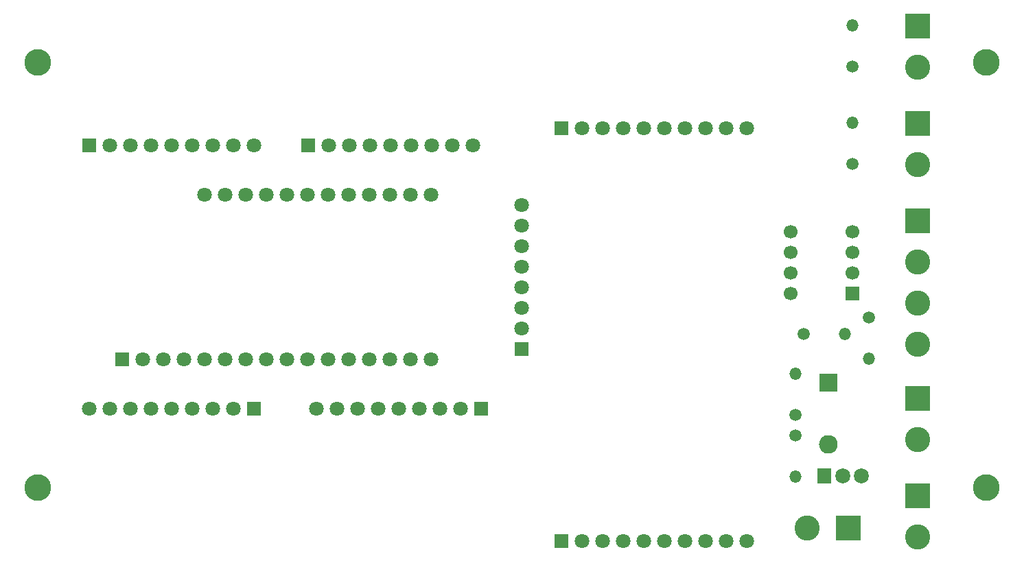
<source format=gbr>
G04 #@! TF.GenerationSoftware,KiCad,Pcbnew,(5.1.6)-1*
G04 #@! TF.CreationDate,2020-12-05T12:47:17+01:00*
G04 #@! TF.ProjectId,Test Stand PCB,54657374-2053-4746-916e-64205043422e,rev?*
G04 #@! TF.SameCoordinates,Original*
G04 #@! TF.FileFunction,Soldermask,Bot*
G04 #@! TF.FilePolarity,Negative*
%FSLAX46Y46*%
G04 Gerber Fmt 4.6, Leading zero omitted, Abs format (unit mm)*
G04 Created by KiCad (PCBNEW (5.1.6)-1) date 2020-12-05 12:47:17*
%MOMM*%
%LPD*%
G01*
G04 APERTURE LIST*
%ADD10O,2.300000X2.300000*%
%ADD11R,2.300000X2.300000*%
%ADD12O,1.817500X1.900000*%
%ADD13R,1.817500X1.900000*%
%ADD14O,1.500000X1.500000*%
%ADD15C,1.500000*%
%ADD16C,3.100000*%
%ADD17R,3.100000X3.100000*%
%ADD18C,3.300000*%
%ADD19C,1.800000*%
%ADD20R,1.800000X1.800000*%
%ADD21C,1.700000*%
%ADD22R,1.700000X1.700000*%
G04 APERTURE END LIST*
D10*
X144000000Y-94620000D03*
D11*
X144000000Y-87000000D03*
D12*
X148080000Y-98500000D03*
X145790000Y-98500000D03*
D13*
X143500000Y-98500000D03*
D14*
X140000000Y-85920000D03*
D15*
X140000000Y-91000000D03*
D14*
X140000000Y-98580000D03*
D15*
X140000000Y-93500000D03*
D16*
X141420000Y-105000000D03*
D17*
X146500000Y-105000000D03*
D18*
X163500000Y-100000000D03*
X163500000Y-47500000D03*
X46500000Y-100000000D03*
X46500000Y-47500000D03*
D19*
X106149000Y-65110000D03*
X106149000Y-67650000D03*
X106149000Y-70190000D03*
X106149000Y-72730000D03*
X106149000Y-75270000D03*
X106149000Y-77810000D03*
X106149000Y-80350000D03*
D20*
X106149000Y-82890000D03*
D19*
X73160000Y-57755000D03*
X70620000Y-57755000D03*
X68080000Y-57755000D03*
X65540000Y-57755000D03*
X63000000Y-57755000D03*
X60460000Y-57755000D03*
X57920000Y-57755000D03*
X55380000Y-57755000D03*
D20*
X52840000Y-57755000D03*
D19*
X52840000Y-90245000D03*
X55380000Y-90245000D03*
X57920000Y-90245000D03*
X60460000Y-90245000D03*
X63000000Y-90245000D03*
X65540000Y-90245000D03*
X68080000Y-90245000D03*
X70620000Y-90245000D03*
D20*
X73160000Y-90245000D03*
D21*
X139380000Y-76000000D03*
X139380000Y-73460000D03*
X139380000Y-70920000D03*
X139380000Y-68380000D03*
X147000000Y-68380000D03*
X147000000Y-70920000D03*
X147000000Y-73460000D03*
D22*
X147000000Y-76000000D03*
D19*
X80840000Y-90245000D03*
X83380000Y-90245000D03*
X85920000Y-90245000D03*
X88460000Y-90245000D03*
X91000000Y-90245000D03*
X93540000Y-90245000D03*
X96080000Y-90245000D03*
X98620000Y-90245000D03*
D20*
X101160000Y-90245000D03*
D19*
X100160000Y-57755000D03*
X97620000Y-57755000D03*
X95080000Y-57755000D03*
X92540000Y-57755000D03*
X90000000Y-57755000D03*
X87460000Y-57755000D03*
X84920000Y-57755000D03*
X82380000Y-57755000D03*
D20*
X79840000Y-57755000D03*
D19*
X67110000Y-63840000D03*
X69650000Y-63840000D03*
X72190000Y-63840000D03*
X74730000Y-63840000D03*
X77270000Y-63840000D03*
X79810000Y-63840000D03*
X82350000Y-63840000D03*
X84890000Y-63840000D03*
X87430000Y-63840000D03*
X89970000Y-63840000D03*
X92510000Y-63840000D03*
X95050000Y-63840000D03*
X95050000Y-84160000D03*
X92510000Y-84160000D03*
X89970000Y-84160000D03*
X87430000Y-84160000D03*
X84890000Y-84160000D03*
X82350000Y-84160000D03*
X79810000Y-84160000D03*
X77270000Y-84160000D03*
X74730000Y-84160000D03*
X72190000Y-84160000D03*
X69650000Y-84160000D03*
X67110000Y-84160000D03*
X64570000Y-84160000D03*
X62030000Y-84160000D03*
X59490000Y-84160000D03*
D20*
X56950000Y-84160000D03*
D14*
X146080000Y-81000000D03*
D15*
X141000000Y-81000000D03*
D14*
X149000000Y-84080000D03*
D15*
X149000000Y-79000000D03*
D14*
X147000000Y-54920000D03*
D15*
X147000000Y-60000000D03*
D14*
X147000000Y-42920000D03*
D15*
X147000000Y-48000000D03*
D16*
X155000000Y-106080000D03*
D17*
X155000000Y-101000000D03*
D16*
X155000000Y-82240000D03*
D17*
X155000000Y-67000000D03*
D16*
X155000000Y-77160000D03*
X155000000Y-72080000D03*
X155000000Y-94080000D03*
D17*
X155000000Y-89000000D03*
D16*
X155000000Y-60080000D03*
D17*
X155000000Y-55000000D03*
D16*
X155000000Y-48080000D03*
D17*
X155000000Y-43000000D03*
D19*
X133930000Y-106604000D03*
X131390000Y-106604000D03*
X128850000Y-106604000D03*
X126310000Y-106604000D03*
X123770000Y-106604000D03*
X121230000Y-106604000D03*
X118690000Y-106604000D03*
X116150000Y-106604000D03*
X113610000Y-106604000D03*
D20*
X111070000Y-106604000D03*
D19*
X133930000Y-55604000D03*
X131390000Y-55604000D03*
X128850000Y-55604000D03*
X126310000Y-55604000D03*
X123770000Y-55604000D03*
X121230000Y-55604000D03*
X118690000Y-55604000D03*
X116150000Y-55604000D03*
X113610000Y-55604000D03*
D20*
X111070000Y-55604000D03*
M02*

</source>
